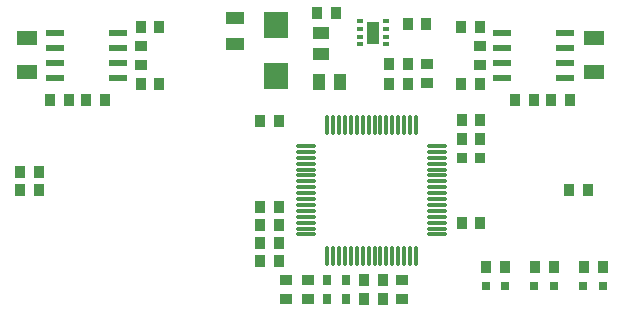
<source format=gtp>
G04*
G04 #@! TF.GenerationSoftware,Altium Limited,Altium Designer,22.3.1 (43)*
G04*
G04 Layer_Color=8421504*
%FSLAX44Y44*%
%MOMM*%
G71*
G04*
G04 #@! TF.SameCoordinates,C52AF181-6C1B-4B2A-911A-4B769AFB4D18*
G04*
G04*
G04 #@! TF.FilePolarity,Positive*
G04*
G01*
G75*
%ADD16R,0.9500X1.0000*%
%ADD17R,0.8000X0.8000*%
%ADD18R,1.5000X1.0000*%
%ADD19O,1.8000X0.3000*%
%ADD20O,0.3000X1.8000*%
%ADD21R,1.1000X1.9000*%
%ADD22R,0.6250X0.4000*%
%ADD23R,1.5500X0.6000*%
%ADD24R,1.8000X1.1500*%
%ADD25R,0.9000X1.0000*%
%ADD26R,1.0000X0.9500*%
%ADD27R,1.0500X1.4000*%
%ADD28R,1.0000X0.9000*%
%ADD29R,1.4000X1.0500*%
%ADD30R,2.1500X2.3000*%
%ADD31R,0.9500X0.9500*%
%ADD32R,0.6500X0.8500*%
D16*
X732790Y693040D02*
D03*
X748790D02*
D03*
X770000Y891540D02*
D03*
X754000D02*
D03*
X644780Y843280D02*
D03*
X660780D02*
D03*
X831340Y828040D02*
D03*
X815340D02*
D03*
X831340Y757360D02*
D03*
X815340D02*
D03*
X644609Y755612D02*
D03*
X660609D02*
D03*
X644609Y725132D02*
D03*
X660609D02*
D03*
X644609Y740372D02*
D03*
X660609D02*
D03*
X831340Y844550D02*
D03*
X815340D02*
D03*
D17*
X852170Y703580D02*
D03*
X835670D02*
D03*
X893440D02*
D03*
X876940D02*
D03*
X934710D02*
D03*
X918210D02*
D03*
D18*
X623570Y908480D02*
D03*
Y930480D02*
D03*
D19*
X683640Y747360D02*
D03*
Y752360D02*
D03*
Y757360D02*
D03*
Y762360D02*
D03*
Y767360D02*
D03*
Y772360D02*
D03*
Y777360D02*
D03*
Y782360D02*
D03*
Y787360D02*
D03*
Y792360D02*
D03*
Y797360D02*
D03*
Y802360D02*
D03*
Y807360D02*
D03*
Y812360D02*
D03*
Y817360D02*
D03*
Y822360D02*
D03*
X794640D02*
D03*
Y817360D02*
D03*
Y812360D02*
D03*
Y807360D02*
D03*
Y802360D02*
D03*
Y797360D02*
D03*
Y792360D02*
D03*
Y787360D02*
D03*
Y782360D02*
D03*
Y777360D02*
D03*
Y772360D02*
D03*
Y767360D02*
D03*
Y762360D02*
D03*
Y757360D02*
D03*
Y752360D02*
D03*
Y747360D02*
D03*
D20*
X701640Y840360D02*
D03*
X706640D02*
D03*
X711640D02*
D03*
X716640D02*
D03*
X721640D02*
D03*
X726640D02*
D03*
X731640D02*
D03*
X736640D02*
D03*
X741640D02*
D03*
X746640D02*
D03*
X751640D02*
D03*
X756640D02*
D03*
X761640D02*
D03*
X766640D02*
D03*
X771640D02*
D03*
X776640D02*
D03*
Y729360D02*
D03*
X771640D02*
D03*
X766640D02*
D03*
X761640D02*
D03*
X756640D02*
D03*
X751640D02*
D03*
X746640D02*
D03*
X741640D02*
D03*
X736640D02*
D03*
X731640D02*
D03*
X726640D02*
D03*
X721640D02*
D03*
X716640D02*
D03*
X711640D02*
D03*
X706640D02*
D03*
X701640D02*
D03*
D21*
X740410Y918210D02*
D03*
D22*
X729285Y927960D02*
D03*
Y921460D02*
D03*
Y914960D02*
D03*
Y908460D02*
D03*
X751535Y927960D02*
D03*
Y921460D02*
D03*
Y914960D02*
D03*
Y908460D02*
D03*
D23*
X903300Y880110D02*
D03*
Y892810D02*
D03*
Y905510D02*
D03*
Y918210D02*
D03*
X849300Y880110D02*
D03*
Y892810D02*
D03*
Y905510D02*
D03*
Y918210D02*
D03*
X470840D02*
D03*
Y905510D02*
D03*
Y892810D02*
D03*
Y880110D02*
D03*
X524840Y918210D02*
D03*
Y905510D02*
D03*
Y892810D02*
D03*
Y880110D02*
D03*
D24*
X927100Y913660D02*
D03*
Y884660D02*
D03*
X447040D02*
D03*
Y913660D02*
D03*
D25*
X860680Y861060D02*
D03*
X876680D02*
D03*
X513460D02*
D03*
X497460D02*
D03*
X457580Y800100D02*
D03*
X441580D02*
D03*
X891160Y861060D02*
D03*
X907160D02*
D03*
X482980D02*
D03*
X466980D02*
D03*
X441580Y784860D02*
D03*
X457580D02*
D03*
X748790Y708660D02*
D03*
X732790D02*
D03*
X644780Y770890D02*
D03*
X660780D02*
D03*
X693040Y934720D02*
D03*
X709040D02*
D03*
X754000Y875030D02*
D03*
X770000D02*
D03*
X769620Y925830D02*
D03*
X785620D02*
D03*
X559560Y923290D02*
D03*
X543560D02*
D03*
X559560Y875030D02*
D03*
X543560D02*
D03*
X814580D02*
D03*
X830580D02*
D03*
X814580Y923290D02*
D03*
X830580D02*
D03*
X906400Y784860D02*
D03*
X922400D02*
D03*
X836170Y720090D02*
D03*
X852170D02*
D03*
X877440D02*
D03*
X893440D02*
D03*
X918710D02*
D03*
X934710D02*
D03*
D26*
X830580Y907160D02*
D03*
Y891160D02*
D03*
X543560D02*
D03*
Y907160D02*
D03*
X685170Y692910D02*
D03*
Y708910D02*
D03*
X764540Y693040D02*
D03*
Y709040D02*
D03*
D27*
X712580Y876300D02*
D03*
X694580D02*
D03*
D28*
X786130Y891920D02*
D03*
Y875920D02*
D03*
X666750Y709040D02*
D03*
Y693040D02*
D03*
D29*
X695960Y918320D02*
D03*
Y900320D02*
D03*
D30*
X657860Y924470D02*
D03*
Y881470D02*
D03*
D31*
X815840Y812166D02*
D03*
X830840D02*
D03*
D32*
X701050Y708660D02*
D03*
X717550D02*
D03*
Y693160D02*
D03*
X701050D02*
D03*
M02*

</source>
